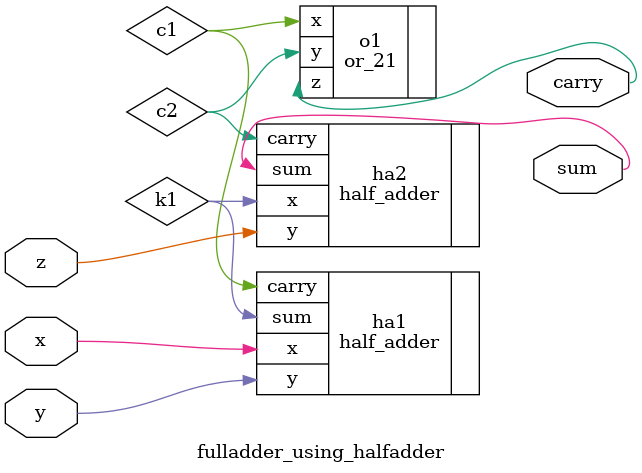
<source format=v>
module fulladder_using_halfadder(
    input x,
    input y,
    input z,
    output sum,
    output carry
    );
    
    half_adder ha1 ( .x(x), .y(y), .sum(k1), .carry(c1));
    half_adder ha2 ( .x(k1), .y(z), .sum(sum), .carry(c2));
    
    or_21 o1( .x(c1),.y(c2),.z(carry));
endmodule

</source>
